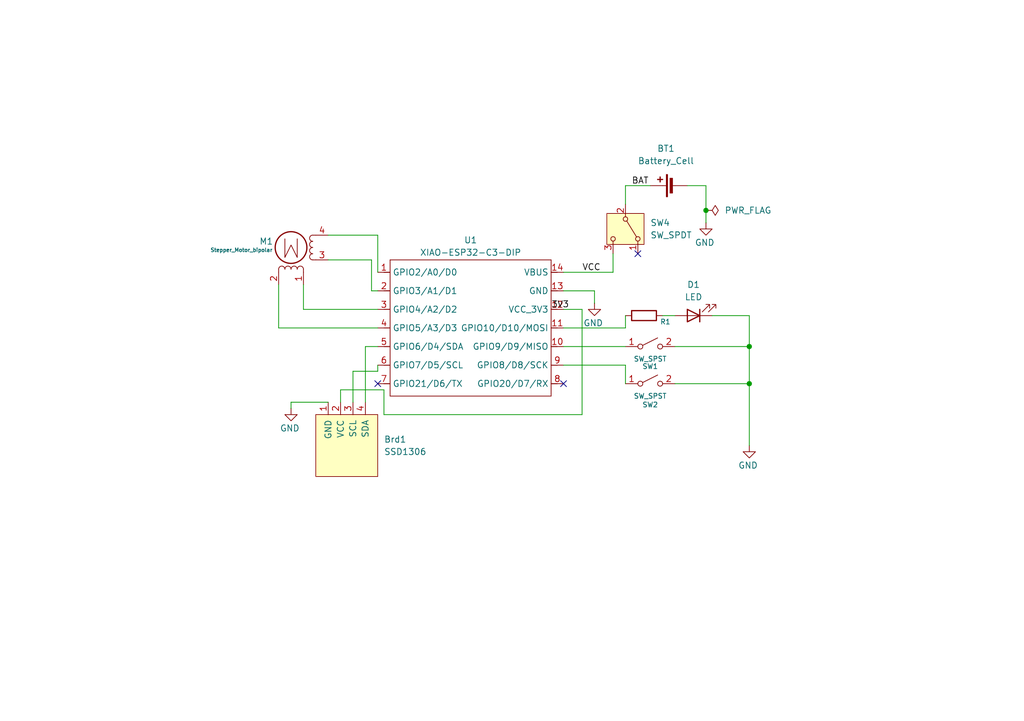
<source format=kicad_sch>
(kicad_sch (version 20231120) (generator "eeschema") (generator_version "8.0")
  (paper "A5")
  (title_block (title "514 Display Device Schematic") (date "2025-02-04") (rev "V2") (company "Marjorie Yang"))
  (lib_symbols
    (symbol "Device:Battery_Cell" (pin_numbers hide) (pin_names (offset 0) hide)
      (property "Reference" "BT" (at 2.54 2.54 0))
      (property "Value" "Battery_Cell" (at 2.54 0 0))
      (symbol "Battery_Cell_0_1"
        (rectangle (start -2.286 1.778) (end 2.286 1.524) (fill (type outline)))
        (rectangle (start -1.524 1.016) (end 1.524 0.508) (fill (type outline)))
        (polyline (pts (xy 0 0.762) (xy 0 0)))
        (polyline (pts (xy 0 1.778) (xy 0 2.54)))
        (polyline (pts (xy 0.762 3.048) (xy 1.778 3.048)) (stroke (width 0.254)))
        (polyline (pts (xy 1.27 3.556) (xy 1.27 2.54)) (stroke (width 0.254)))
      )
      (symbol "Battery_Cell_1_1"
        (pin passive line (at 0 5.08 270) (length 2.54) (name "+") (number "1"))
        (pin passive line (at 0 -2.54 90) (length 2.54) (name "-") (number "2"))
      )
    )
    (symbol "Device:LED" (pin_numbers hide) (pin_names (offset 1.016) hide)
      (property "Reference" "D" (at 0 2.54 0))
      (property "Value" "LED" (at 0 -2.54 0))
      (symbol "LED_0_1"
        (polyline (pts (xy -1.27 -1.27) (xy -1.27 1.27)) (stroke (width 0.254)))
        (polyline (pts (xy -1.27 0) (xy 1.27 0)))
        (polyline (pts (xy 1.27 -1.27) (xy 1.27 1.27) (xy -1.27 0) (xy 1.27 -1.27)) (stroke (width 0.254)))
        (polyline (pts (xy -3.048 -0.762) (xy -4.572 -2.286) (xy -3.81 -2.286) (xy -4.572 -2.286) (xy -4.572 -1.524)))
        (polyline (pts (xy -1.778 -0.762) (xy -3.302 -2.286) (xy -2.54 -2.286) (xy -3.302 -2.286) (xy -3.302 -1.524)))
      )
      (symbol "LED_1_1"
        (pin passive line (at -3.81 0 0) (length 2.54) (name "K") (number "1"))
        (pin passive line (at 3.81 0 180) (length 2.54) (name "A") (number "2"))
      )
    )
    (symbol "Device:R" (pin_numbers hide) (pin_names (offset 0))
      (property "Reference" "R" (at 2.032 0 90))
      (property "Value" "R" (at 0 0 90))
      (symbol "R_0_1"
        (rectangle (start -1.016 -2.54) (end 1.016 2.54) (stroke (width 0.254)))
      )
      (symbol "R_1_1"
        (pin passive line (at 0 3.81 270) (length 1.27) (name "~") (number "1"))
        (pin passive line (at 0 -3.81 90) (length 1.27) (name "~") (number "2"))
      )
    )
    (symbol "Motor:Stepper_Motor_bipolar" (pin_names (offset 0) hide)
      (property "Reference" "M" (at 3.81 2.54 0))
      (property "Value" "Stepper_Motor_bipolar" (at 3.81 1.27 0))
      (symbol "Stepper_Motor_bipolar_0_0"
        (polyline (pts (xy -1.27 -1.778) (xy -1.27 2.032) (xy 0 -0.508) (xy 1.27 2.032) (xy 1.27 -1.778)))
      )
      (symbol "Stepper_Motor_bipolar_0_1"
        (arc (start -4.445 -2.54) (mid -3.8127 -1.905) (end -4.445 -1.27))
        (arc (start -4.445 -1.27) (mid -3.8127 -0.635) (end -4.445 0))
        (arc (start -4.445 0) (mid -3.8127 0.635) (end -4.445 1.27))
        (arc (start -4.445 1.27) (mid -3.8127 1.905) (end -4.445 2.54))
        (arc (start -2.54 4.445) (mid -1.905 3.8127) (end -1.27 4.445))
        (arc (start -1.27 4.445) (mid -0.635 3.8127) (end 0 4.445))
        (polyline (pts (xy -5.08 -2.54) (xy -4.445 -2.54)))
        (polyline (pts (xy -5.08 2.54) (xy -4.445 2.54)))
        (polyline (pts (xy -2.54 5.08) (xy -2.54 4.445)))
        (polyline (pts (xy 2.54 5.08) (xy 2.54 4.445)))
        (circle (center 0 0) (radius 3.2512) (stroke (width 0.254)))
        (arc (start 0 4.445) (mid 0.635 3.8127) (end 1.27 4.445))
        (arc (start 1.27 4.445) (mid 1.905 3.8127) (end 2.54 4.445))
      )
      (symbol "Stepper_Motor_bipolar_1_1"
        (pin passive line (at -2.54 7.62 270) (length 2.54) (name "~") (number "1"))
        (pin passive line (at 2.54 7.62 270) (length 2.54) (name "-") (number "2"))
        (pin passive line (at -7.62 2.54 0) (length 2.54) (name "~") (number "3"))
        (pin passive line (at -7.62 -2.54 0) (length 2.54) (name "~") (number "4"))
      )
    )
    (symbol "SSD1306-128x64_OLED:SSD1306" (pin_names (offset 1.016))
      (property "Reference" "Brd" (at 0 -3.81 0))
      (property "Value" "SSD1306" (at 0 -1.27 0))
      (symbol "SSD1306_0_1"
        (rectangle (start -6.35 6.35) (end 6.35 -6.35) (fill (type background)))
      )
      (symbol "SSD1306_1_1"
        (pin input line (at -3.81 8.89 270) (length 2.54) (name "GND") (number "1"))
        (pin input line (at -1.27 8.89 270) (length 2.54) (name "VCC") (number "2"))
        (pin input line (at 1.27 8.89 270) (length 2.54) (name "SCL") (number "3"))
        (pin input line (at 3.81 8.89 270) (length 2.54) (name "SDA") (number "4"))
      )
    )
    (symbol "Seeed_Studio_XIAO_Series:XIAO-ESP32-C3-DIP"
      (property "Reference" "U" (at 1.016 2.794 0))
      (property "Value" "XIAO-ESP32-C3-DIP" (at 7.62 1.016 0))
      (symbol "XIAO-ESP32-C3-DIP_1_0"
        (polyline (pts (xy 0 -27.94) (xy 0 -13.97)) (stroke (width 0.1524)))
        (polyline (pts (xy 0 -25.4) (xy -1.27 -25.4)) (stroke (width 0.1524)))
        (polyline (pts (xy 0 -21.59) (xy -1.27 -21.59)) (stroke (width 0.1524)))
        (polyline (pts (xy 0 -17.78) (xy -1.27 -17.78)) (stroke (width 0.1524)))
        (polyline (pts (xy 0 -13.97) (xy -1.27 -13.97)) (stroke (width 0.1524)))
        (polyline (pts (xy 0 -13.97) (xy 0 -10.16)) (stroke (width 0.1524)))
        (polyline (pts (xy 0 -10.16) (xy -1.27 -10.16)) (stroke (width 0.1524)))
        (polyline (pts (xy 0 -10.16) (xy 0 -6.35)) (stroke (width 0.1524)))
        (polyline (pts (xy 0 -6.35) (xy -1.27 -6.35)) (stroke (width 0.1524)))
        (polyline (pts (xy 0 -6.35) (xy 0 -2.54)) (stroke (width 0.1524)))
        (polyline (pts (xy 0 -2.54) (xy -1.27 -2.54)) (stroke (width 0.1524)))
        (polyline (pts (xy 0 -2.54) (xy 0 0)) (stroke (width 0.1524)))
        (polyline (pts (xy 0 0) (xy 33.02 0)) (stroke (width 0.1524)))
        (polyline (pts (xy 33.02 -27.94) (xy 0 -27.94)) (stroke (width 0.1524)))
        (polyline (pts (xy 33.02 -10.16) (xy 33.02 -27.94)) (stroke (width 0.1524)))
        (polyline (pts (xy 33.02 -6.35) (xy 33.02 -10.16)) (stroke (width 0.1524)))
        (polyline (pts (xy 33.02 -2.54) (xy 33.02 -6.35)) (stroke (width 0.1524)))
        (polyline (pts (xy 33.02 0) (xy 33.02 -2.54)) (stroke (width 0.1524)))
        (polyline (pts (xy 34.29 -25.4) (xy 33.02 -25.4)) (stroke (width 0.1524)))
        (polyline (pts (xy 34.29 -21.59) (xy 33.02 -21.59)) (stroke (width 0.1524)))
        (polyline (pts (xy 34.29 -17.78) (xy 33.02 -17.78)) (stroke (width 0.1524)))
        (polyline (pts (xy 34.29 -13.97) (xy 33.02 -13.97)) (stroke (width 0.1524)))
        (polyline (pts (xy 34.29 -10.16) (xy 33.02 -10.16)) (stroke (width 0.1524)))
        (polyline (pts (xy 34.29 -6.35) (xy 33.02 -6.35)) (stroke (width 0.1524)))
        (polyline (pts (xy 34.29 -2.54) (xy 33.02 -2.54)) (stroke (width 0.1524)))
        (pin passive line (at -2.54 -2.54 0) (length 2.54) (name "GPIO2/A0/D0") (number "1"))
        (pin passive line (at 35.56 -17.78 180) (length 2.54) (name "GPIO9/D9/MISO") (number "10"))
        (pin passive line (at 35.56 -13.97 180) (length 2.54) (name "GPIO10/D10/MOSI") (number "11"))
        (pin passive line (at 35.56 -10.16 180) (length 2.54) (name "VCC_3V3") (number "12"))
        (pin passive line (at 35.56 -6.35 180) (length 2.54) (name "GND") (number "13"))
        (pin passive line (at 35.56 -2.54 180) (length 2.54) (name "VBUS") (number "14"))
        (pin passive line (at -2.54 -6.35 0) (length 2.54) (name "GPIO3/A1/D1") (number "2"))
        (pin passive line (at -2.54 -10.16 0) (length 2.54) (name "GPIO4/A2/D2") (number "3"))
        (pin passive line (at -2.54 -13.97 0) (length 2.54) (name "GPIO5/A3/D3") (number "4"))
        (pin passive line (at -2.54 -17.78 0) (length 2.54) (name "GPIO6/D4/SDA") (number "5"))
        (pin passive line (at -2.54 -21.59 0) (length 2.54) (name "GPIO7/D5/SCL") (number "6"))
        (pin passive line (at -2.54 -25.4 0) (length 2.54) (name "GPIO21/D6/TX") (number "7"))
        (pin passive line (at 35.56 -25.4 180) (length 2.54) (name "GPIO20/D7/RX") (number "8"))
        (pin passive line (at 35.56 -21.59 180) (length 2.54) (name "GPIO8/D8/SCK") (number "9"))
      )
    )
    (symbol "Switch:SW_SPDT" (pin_names (offset 0) hide)
      (property "Reference" "SW" (at 0 5.08 0))
      (property "Value" "SW_SPDT" (at 0 -5.08 0))
      (symbol "SW_SPDT_0_1"
        (circle (center -2.032 0) (radius 0.4572))
        (polyline (pts (xy -1.651 0.254) (xy 1.651 2.286)))
        (circle (center 2.032 -2.54) (radius 0.4572))
        (circle (center 2.032 2.54) (radius 0.4572))
      )
      (symbol "SW_SPDT_1_1"
        (rectangle (start -3.175 3.81) (end 3.175 -3.81) (fill (type background)))
        (pin passive line (at 5.08 2.54 180) (length 2.54) (name "A") (number "1"))
        (pin passive line (at -5.08 0 0) (length 2.54) (name "B") (number "2"))
        (pin passive line (at 5.08 -2.54 180) (length 2.54) (name "C") (number "3"))
      )
    )
    (symbol "Switch:SW_SPST" (pin_names (offset 0) hide)
      (property "Reference" "SW" (at 0 3.175 0))
      (property "Value" "SW_SPST" (at 0 -2.54 0))
      (symbol "SW_SPST_0_0"
        (circle (center -2.032 0) (radius 0.508))
        (polyline (pts (xy -1.524 0.254) (xy 1.524 1.778)))
        (circle (center 2.032 0) (radius 0.508))
      )
      (symbol "SW_SPST_1_1"
        (pin passive line (at -5.08 0 0) (length 2.54) (name "A") (number "1"))
        (pin passive line (at 5.08 0 180) (length 2.54) (name "B") (number "2"))
      )
    )
    (symbol "power:GND" (power) (pin_numbers hide) (pin_names (offset 0) hide)
      (property "Value" "GND" (at 0 -3.81 0))
      (symbol "GND_0_1"
        (polyline (pts (xy 0 0) (xy 0 -1.27) (xy 1.27 -1.27) (xy 0 -2.54) (xy -1.27 -1.27) (xy 0 -1.27)))
      )
      (symbol "GND_1_1"
        (pin power_in line (at 0 0 270) (length 0) (name "~") (number "1"))
      )
    )
    (symbol "power:PWR_FLAG" (power) (pin_numbers hide) (pin_names (offset 0) hide)
      (property "Value" "PWR_FLAG" (at 0 3.81 0))
      (symbol "PWR_FLAG_0_0"
        (pin power_out line (at 0 0 90) (length 0) (name "~") (number "1"))
      )
      (symbol "PWR_FLAG_0_1"
        (polyline (pts (xy 0 0) (xy 0 1.27) (xy -1.016 1.905) (xy 0 2.54) (xy 1.016 1.905) (xy 0 1.27)))
      )
    )
  )
  (junction (at 144.78 43.18))
  (junction (at 153.67 78.74))
  (junction (at 153.67 71.12))
  (no_connect (at 130.81 52.07))
  (no_connect (at 77.47 78.74))
  (no_connect (at 115.57 78.74))
  (wire (pts (xy 57.15 67.31) (xy 77.47 67.31)))
  (wire (pts (xy 128.27 74.93) (xy 128.27 78.74)))
  (wire (pts (xy 62.23 63.5) (xy 77.47 63.5)))
  (wire (pts (xy 128.27 38.1) (xy 128.27 41.91)))
  (wire (pts (xy 69.85 80.01) (xy 69.85 82.55)))
  (wire (pts (xy 128.27 67.31) (xy 128.27 64.77)))
  (wire (pts (xy 115.57 63.5) (xy 119.38 63.5)))
  (wire (pts (xy 77.47 76.2) (xy 77.47 74.93)))
  (wire (pts (xy 144.78 43.18) (xy 144.78 45.72)))
  (wire (pts (xy 119.38 85.09) (xy 119.38 63.5)))
  (wire (pts (xy 74.93 71.12) (xy 74.93 82.55)))
  (wire (pts (xy 67.31 82.55) (xy 59.69 82.55)))
  (wire (pts (xy 67.31 53.34) (xy 76.2 53.34)))
  (wire (pts (xy 144.78 38.1) (xy 140.97 38.1)))
  (wire (pts (xy 77.47 48.26) (xy 77.47 55.88)))
  (wire (pts (xy 115.57 71.12) (xy 128.27 71.12)))
  (wire (pts (xy 78.74 85.09) (xy 119.38 85.09)))
  (wire (pts (xy 77.47 76.2) (xy 72.39 76.2)))
  (wire (pts (xy 74.93 71.12) (xy 77.47 71.12)))
  (wire (pts (xy 76.2 53.34) (xy 76.2 59.69)))
  (wire (pts (xy 135.89 64.77) (xy 138.43 64.77)))
  (wire (pts (xy 115.57 55.88) (xy 125.73 55.88)))
  (wire (pts (xy 144.78 38.1) (xy 144.78 43.18)))
  (wire (pts (xy 115.57 74.93) (xy 128.27 74.93)))
  (wire (pts (xy 57.15 58.42) (xy 57.15 67.31)))
  (wire (pts (xy 153.67 78.74) (xy 153.67 91.44)))
  (wire (pts (xy 72.39 76.2) (xy 72.39 82.55)))
  (wire (pts (xy 76.2 59.69) (xy 77.47 59.69)))
  (wire (pts (xy 125.73 55.88) (xy 125.73 52.07)))
  (wire (pts (xy 153.67 71.12) (xy 153.67 78.74)))
  (wire (pts (xy 153.67 64.77) (xy 153.67 71.12)))
  (wire (pts (xy 128.27 38.1) (xy 133.35 38.1)))
  (wire (pts (xy 62.23 58.42) (xy 62.23 63.5)))
  (wire (pts (xy 115.57 67.31) (xy 128.27 67.31)))
  (wire (pts (xy 138.43 71.12) (xy 153.67 71.12)))
  (wire (pts (xy 115.57 59.69) (xy 121.92 59.69)))
  (wire (pts (xy 78.74 85.09) (xy 78.74 80.01)))
  (wire (pts (xy 67.31 48.26) (xy 77.47 48.26)))
  (wire (pts (xy 138.43 78.74) (xy 153.67 78.74)))
  (wire (pts (xy 78.74 80.01) (xy 69.85 80.01)))
  (wire (pts (xy 146.05 64.77) (xy 153.67 64.77)))
  (wire (pts (xy 59.69 82.55) (xy 59.69 83.82)))
  (wire (pts (xy 121.92 59.69) (xy 121.92 62.23)))
  (label "VCC" (at 119.38 55.88 0))
  (label "3V3" (at 113.03 63.5 0))
  (label "BAT" (at 129.54 38.1 0))
  (symbol (lib_id "Device:R") (at 132.08 64.77 270) (unit 1)
    (property "Reference" "R1" (at 135.382 66.04 90) (effects (font (size 1.016 1.016)) (justify left)))
    (property "Value" "220" (effects (hide yes)))
    (property "Footprint" "Resistor_SMD:R_0603_1608Metric" (effects (hide yes)))
    (property "Description" "Resistor" (effects (hide yes)))
  )
  (symbol (lib_id "power:GND") (at 121.92 62.23 0) (unit 1)
    (property "Reference" "#PWR05" (effects (hide yes)))
    (property "Value" "GND" (at 121.666 66.294 0))
    (property "Description" "Power symbol creates a global label with name \"GND\" , ground" (effects (hide yes)))
  )
  (symbol (lib_id "Device:Battery_Cell") (at 138.43 38.1 90) (unit 1)
    (property "Reference" "BT1" (at 136.5885 30.48 90))
    (property "Value" "Battery_Cell" (at 136.5885 33.02 90))
    (property "Footprint" "Connector_JST:JST_NV_B02P-NV_1x02_P5.00mm_Vertical" (effects (hide yes)))
    (property "Description" "Single-cell battery" (effects (hide yes)))
  )
  (symbol (lib_id "Seeed_Studio_XIAO_Series:XIAO-ESP32-C3-DIP") (at 80.01 53.34 0) (unit 1)
    (property "Reference" "U1" (at 96.52 49.276 0))
    (property "Value" "XIAO-ESP32-C3-DIP" (at 96.52 51.816 0))
    (property "Footprint" "Seeed Studio XIAO Series Library:XIAO-ESP32C3-DIP" (effects (hide yes)))
  )
  (symbol (lib_id "Switch:SW_SPST") (at 133.35 78.74 0) (unit 1)
    (property "Reference" "SW2" (at 133.35 83.058 0) (effects (font (size 1.016 1.016))))
    (property "Value" "SW_SPST" (at 133.35 81.28 0) (effects (font (size 1.016 1.016))))
    (property "Footprint" "Button_Switch_THT:SW_PUSH-12mm" (effects (hide yes)))
    (property "Description" "Single Pole Single Throw (SPST) switch" (effects (hide yes)))
  )
  (symbol (lib_id "Motor:Stepper_Motor_bipolar") (at 59.69 50.8 180) (unit 1)
    (property "Reference" "M1" (at 54.61 49.53 0))
    (property "Value" "Stepper_Motor_bipolar" (at 49.53 51.308 0) (effects (font (size 0.762 0.762))))
    (property "Footprint" "stepper motor x27:x27_stepper" (effects (hide yes)))
    (property "Datasheet" "http://www.infineon.com/dgdl/Application-Note-TLE8110EE_driving_UniPolarStepperMotor_V1.1.pdf?fileId=db3a30431be39b97011be5d0aa0a00b0" (effects (hide yes)))
    (property "Description" "4-wire bipolar stepper motor" (effects (hide yes)))
  )
  (symbol (lib_id "Switch:SW_SPDT") (at 128.27 46.99 270) (unit 1)
    (property "Reference" "SW4" (at 133.35 45.7199 90) (effects (justify left)))
    (property "Value" "SW_SPDT" (at 133.35 48.2599 90) (effects (justify left)))
    (property "Footprint" "Connector_JST:JST_EH_B3B-EH-A_1x03_P2.50mm_Vertical" (effects (hide yes)))
    (property "Description" "Switch, single pole double throw" (effects (hide yes)))
  )
  (symbol (lib_id "SSD1306-128x64_OLED:SSD1306") (at 71.12 91.44 0) (unit 1)
    (property "Reference" "Brd1" (at 78.74 90.1699 0) (effects (justify left)))
    (property "Value" "SSD1306" (at 78.74 92.7099 0) (effects (justify left)))
    (property "Footprint" "SSD1306 128x64:128x64OLED" (effects (hide yes)))
    (property "Description" "SSD1306 OLED" (effects (hide yes)))
  )
  (symbol (lib_id "power:GND") (at 144.78 45.72 0) (unit 1)
    (property "Reference" "#PWR01" (effects (hide yes)))
    (property "Value" "GND" (at 144.526 49.784 0))
    (property "Description" "Power symbol creates a global label with name \"GND\" , ground" (effects (hide yes)))
  )
  (symbol (lib_id "power:GND") (at 153.67 91.44 0) (unit 1)
    (property "Reference" "#PWR03" (effects (hide yes)))
    (property "Value" "GND" (at 153.416 95.504 0))
    (property "Description" "Power symbol creates a global label with name \"GND\" , ground" (effects (hide yes)))
  )
  (symbol (lib_id "power:GND") (at 59.69 83.82 0) (unit 1)
    (property "Reference" "#PWR02" (effects (hide yes)))
    (property "Value" "GND" (at 59.436 87.884 0))
    (property "Description" "Power symbol creates a global label with name \"GND\" , ground" (effects (hide yes)))
  )
  (symbol (lib_id "Switch:SW_SPST") (at 133.35 71.12 0) (unit 1)
    (property "Reference" "SW1" (at 133.35 75.184 0) (effects (font (size 1.016 1.016))))
    (property "Value" "SW_SPST" (at 133.35 73.66 0) (effects (font (size 1.016 1.016))))
    (property "Footprint" "Button_Switch_THT:SW_PUSH-12mm" (effects (hide yes)))
    (property "Description" "Single Pole Single Throw (SPST) switch" (effects (hide yes)))
  )
  (symbol (lib_id "Device:LED") (at 142.24 64.77 180) (unit 1)
    (property "Reference" "D1" (at 142.24 58.42 0))
    (property "Value" "LED" (at 142.24 60.96 0))
    (property "Footprint" "LED_SMD:LED_1206_3216Metric" (effects (hide yes)))
    (property "Description" "Light emitting diode" (effects (hide yes)))
  )
  (symbol (lib_id "power:PWR_FLAG") (at 144.78 43.18 270) (unit 1)
    (property "Reference" "#FLG01" (effects (hide yes)))
    (property "Value" "PWR_FLAG" (at 148.59 43.1799 90) (effects (justify left)))
    (property "Description" "Special symbol for telling ERC where power comes from" (effects (hide yes)))
  )
)
</source>
